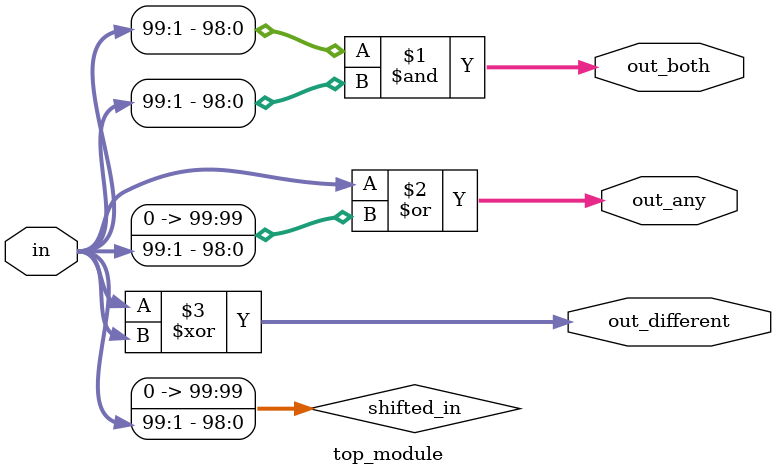
<source format=sv>
module top_module (
    input [99:0] in,
    output [98:0] out_both,
    output [99:0] out_any,
    output [99:0] out_different
);

    // Right shift the input
    wire [99:0] shifted_in;
    assign shifted_in = {1'b0, in[99:1]};

    // Generate out_both by performing a bitwise AND on input and shifted input
    assign out_both = in[99:1] & shifted_in[98:0];

    // Generate out_any by performing a bitwise OR on input and shifted input
    assign out_any = in | shifted_in;

    // Generate out_different by performing a bitwise XOR on input and shifted input
    assign out_different = in ^ {shifted_in[98:0], in[0]};

endmodule

</source>
